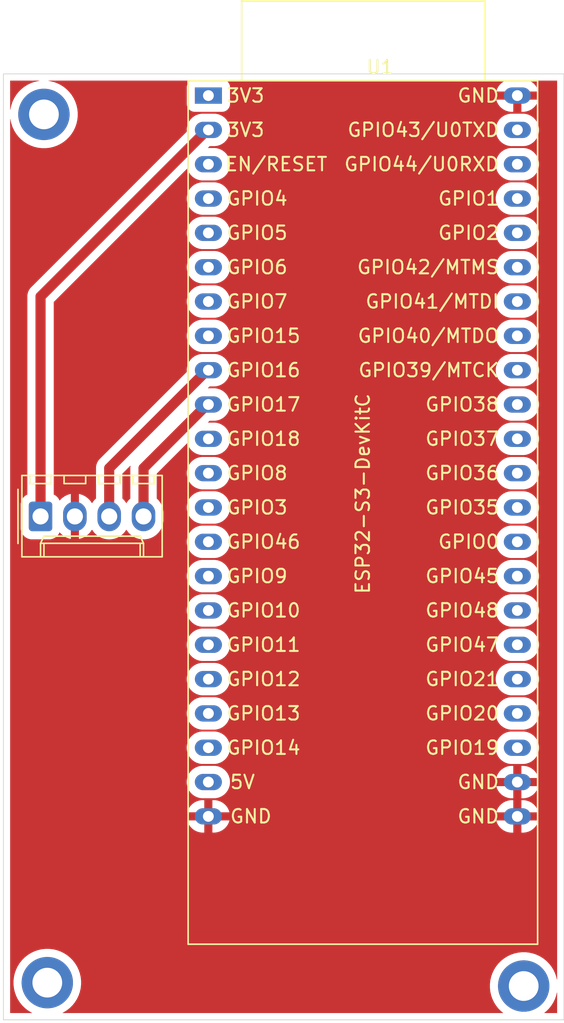
<source format=kicad_pcb>
(kicad_pcb (version 20241229) (generator "pcbnew") (generator_version "9.0")
  (layers (0 "F.Cu" signal) (2 "B.Cu" signal) (13 "F.Paste" user) (15 "B.Paste" user) (5 "F.SilkS" user "F.Silkscreen") (7 "B.SilkS" user "B.Silkscreen") (1 "F.Mask" user) (3 "B.Mask" user) (25 "Edge.Cuts" user))
  (net 0 "")
  (net 1 "GND")
  (net 3 "RX")
  (net 14 "TX")
  (net 39 "3.3V")
  (footprint "MountingHole:MountingHole_2.2mm_M2_DIN965_Pad" (layer "F.Cu") (at 126.75 116.75)
    (property "Reference" "REF**" (hide yes))
    (property "Value" "MountingHole_2.2mm_M2_DIN965_Pad" (hide yes))
    (pad "1" thru_hole circle (at 0 0) (size 3.8 3.8) (drill 2.2) (layers "*.Cu" "*.Mask"))
  )
  (footprint "MountingHole:MountingHole_2.2mm_M2_DIN965_Pad" (layer "F.Cu") (at 162 117)
    (property "Reference" "REF**" (hide yes))
    (property "Value" "MountingHole_2.2mm_M2_DIN965_Pad" (hide yes))
    (pad "1" thru_hole circle (at 0 0) (size 3.8 3.8) (drill 2.2) (layers "*.Cu" "*.Mask"))
  )
  (footprint "MountingHole:MountingHole_2.2mm_M2_DIN965_Pad" (layer "F.Cu") (at 126.5 52.5)
    (property "Reference" "REF**" (hide yes))
    (property "Value" "MountingHole_2.2mm_M2_DIN965_Pad" (hide yes))
    (pad "1" thru_hole circle (at 0 0) (size 3.8 3.8) (drill 2.2) (layers "*.Cu" "*.Mask"))
  )
  (footprint "Connector_Molex:Molex_KK-254_AE-6410-04A_1x04_P2.54mm_Vertical" (layer "F.Cu") (at 126.25 82.25)
    (property "Reference" "J1" (hide yes))
    (property "Value" "M04POLAR")
    (fp_line (start -1.67 -2) (end -1.67 2) (stroke (width 0.12)) (layer "F.SilkS"))
    (fp_line (start -1.38 -3.03) (end -1.38 2.99) (stroke (width 0.12)) (layer "F.SilkS"))
    (fp_line (start -1.38 2.99) (end 9 2.99) (stroke (width 0.12)) (layer "F.SilkS"))
    (fp_line (start -0.8 -3.03) (end -0.8 -2.43) (stroke (width 0.12)) (layer "F.SilkS"))
    (fp_line (start -0.8 -2.43) (end 0.8 -2.43) (stroke (width 0.12)) (layer "F.SilkS"))
    (fp_line (start 0 1.99) (end 0.25 1.46) (stroke (width 0.12)) (layer "F.SilkS"))
    (fp_line (start 0 1.99) (end 7.62 1.99) (stroke (width 0.12)) (layer "F.SilkS"))
    (fp_line (start 0 2.99) (end 0 1.99) (stroke (width 0.12)) (layer "F.SilkS"))
    (fp_line (start 0.25 1.46) (end 7.37 1.46) (stroke (width 0.12)) (layer "F.SilkS"))
    (fp_line (start 0.25 2.99) (end 0.25 1.99) (stroke (width 0.12)) (layer "F.SilkS"))
    (fp_line (start 0.8 -2.43) (end 0.8 -3.03) (stroke (width 0.12)) (layer "F.SilkS"))
    (fp_line (start 1.74 -3.03) (end 1.74 -2.43) (stroke (width 0.12)) (layer "F.SilkS"))
    (fp_line (start 1.74 -2.43) (end 3.34 -2.43) (stroke (width 0.12)) (layer "F.SilkS"))
    (fp_line (start 3.34 -2.43) (end 3.34 -3.03) (stroke (width 0.12)) (layer "F.SilkS"))
    (fp_line (start 4.28 -3.03) (end 4.28 -2.43) (stroke (width 0.12)) (layer "F.SilkS"))
    (fp_line (start 4.28 -2.43) (end 5.88 -2.43) (stroke (width 0.12)) (layer "F.SilkS"))
    (fp_line (start 5.88 -2.43) (end 5.88 -3.03) (stroke (width 0.12)) (layer "F.SilkS"))
    (fp_line (start 6.82 -3.03) (end 6.82 -2.43) (stroke (width 0.12)) (layer "F.SilkS"))
    (fp_line (start 6.82 -2.43) (end 8.42 -2.43) (stroke (width 0.12)) (layer "F.SilkS"))
    (fp_line (start 7.37 1.46) (end 7.62 1.99) (stroke (width 0.12)) (layer "F.SilkS"))
    (fp_line (start 7.37 2.99) (end 7.37 1.99) (stroke (width 0.12)) (layer "F.SilkS"))
    (fp_line (start 7.62 1.99) (end 7.62 2.99) (stroke (width 0.12)) (layer "F.SilkS"))
    (fp_line (start 8.42 -2.43) (end 8.42 -3.03) (stroke (width 0.12)) (layer "F.SilkS"))
    (fp_line (start 9 -3.03) (end -1.38 -3.03) (stroke (width 0.12)) (layer "F.SilkS"))
    (fp_line (start 9 2.99) (end 9 -3.03) (stroke (width 0.12)) (layer "F.SilkS"))
    (pad "1" thru_hole roundrect (at 0 0) (size 1.74 2.19) (drill 1.19) (layers "*.Cu" "*.Mask") (roundrect_rratio 0.143678) (net 39 "3.3V"))
    (pad "2" thru_hole oval (at 2.54 0) (size 1.74 2.19) (drill 1.19) (layers "*.Cu" "*.Mask") (net 1 "GND"))
    (pad "3" thru_hole oval (at 5.08 0) (size 1.74 2.19) (drill 1.19) (layers "*.Cu" "*.Mask") (net 3 "RX"))
    (pad "4" thru_hole oval (at 7.62 0) (size 1.74 2.19) (drill 1.19) (layers "*.Cu" "*.Mask") (net 14 "TX"))
  )
  (footprint "ESP32:ESP32-S3-DevKitC" (layer "F.Cu") (at 138.67 51.10792)
    (property "Reference" "U1" (at 12.7 -2.1 0) (layer "F.SilkS"))
    (property "Value" "ESP32-S3-DevKitC" (at 11.42632 29.46128 90) (layer "F.SilkS"))
    (fp_line (start -1.5 62.79728) (end 24.359999 62.79728) (stroke (width 0.12)) (layer "F.SilkS"))
    (fp_line (start -1.499999 -1.1) (end -1.5 62.79728) (stroke (width 0.12)) (layer "F.SilkS"))
    (fp_line (start 2.46012 -7.01312) (end 20.44332 -7.01312) (stroke (width 0.12)) (layer "F.SilkS"))
    (fp_line (start 2.46012 -1.12032) (end 2.46012 -7.01312) (stroke (width 0.12)) (layer "F.SilkS"))
    (fp_line (start 20.44332 -7.01312) (end 20.44332 -1.12032) (stroke (width 0.12)) (layer "F.SilkS"))
    (fp_line (start 24.359999 62.79728) (end 24.36 -1.1) (stroke (width 0.12)) (layer "F.SilkS"))
    (fp_line (start 24.36 -1.1) (end -1.499999 -1.1) (stroke (width 0.12)) (layer "F.SilkS"))
    (fp_text user "GPIO14" (at 1.27 48.26 0) (layer "F.SilkS") (effects (justify left)))
    (fp_text user "GPIO43/U0TXD" (at 21.59 2.54 0) (layer "F.SilkS") (effects (justify right)))
    (fp_text user "GPIO44/U0RXD" (at 21.59 5.08 0) (layer "F.SilkS") (effects (justify right)))
    (fp_text user "GPIO8" (at 1.27 27.94 0) (layer "F.SilkS") (effects (justify left)))
    (fp_text user "3V3" (at 1.27 0 0) (layer "F.SilkS") (effects (justify left)))
    (fp_text user "GPIO16" (at 1.27 20.32 0) (layer "F.SilkS") (effects (justify left)))
    (fp_text user "GPIO1" (at 21.59 7.62 0) (layer "F.SilkS") (effects (justify right)))
    (fp_text user "EN/RESET" (at 8.88632 5.07728 0) (layer "F.SilkS") (effects (justify right)))
    (fp_text user "GPIO15" (at 1.27 17.78 0) (layer "F.SilkS") (effects (justify left)))
    (fp_text user "GND" (at 21.59 53.34 0) (layer "F.SilkS") (effects (justify right)))
    (fp_text user "GPIO36" (at 21.59 27.94 0) (layer "F.SilkS") (effects (justify right)))
    (fp_text user "GPIO9" (at 1.27 35.56 0) (layer "F.SilkS") (effects (justify left)))
    (fp_text user "GPIO38" (at 21.59 22.86 0) (layer "F.SilkS") (effects (justify right)))
    (fp_text user "GND" (at 1.52032 53.33728 0) (layer "F.SilkS") (effects (justify left)))
    (fp_text user "GPIO18" (at 1.27 25.4 0) (layer "F.SilkS") (effects (justify left)))
    (fp_text user "GND" (at 21.59 0 0) (layer "F.SilkS") (effects (justify right)))
    (fp_text user "GPIO40/MTDO" (at 21.59 17.78 0) (layer "F.SilkS") (effects (justify right)))
    (fp_text user "GPIO46" (at 1.27 33.02 0) (layer "F.SilkS") (effects (justify left)))
    (fp_text user "GPIO41/MTDI" (at 21.59 15.24 0) (layer "F.SilkS") (effects (justify right)))
    (fp_text user "GPIO7" (at 1.27 15.24 0) (layer "F.SilkS") (effects (justify left)))
    (fp_text user "GPIO47" (at 21.59 40.64 0) (layer "F.SilkS") (effects (justify right)))
    (fp_text user "GPIO42/MTMS" (at 21.59 12.7 0) (layer "F.SilkS") (effects (justify right)))
    (fp_text user "5V" (at 1.52032 50.79728 0) (layer "F.SilkS") (effects (justify left)))
    (fp_text user "GPIO35" (at 21.59 30.48 0) (layer "F.SilkS") (effects (justify right)))
    (fp_text user "GPIO5" (at 1.27 10.16 0) (layer "F.SilkS") (effects (justify left)))
    (fp_text user "GND" (at 21.59 50.8 0) (layer "F.SilkS") (effects (justify right)))
    (fp_text user "GPIO0" (at 21.59 33.02 0) (layer "F.SilkS") (effects (justify right)))
    (fp_text user "GPIO19" (at 21.59 48.26 0) (layer "F.SilkS") (effects (justify right)))
    (fp_text user "GPIO20" (at 21.59 45.72 0) (layer "F.SilkS") (effects (justify right)))
    (fp_text user "GPIO3" (at 1.27 30.48 0) (layer "F.SilkS") (effects (justify left)))
    (fp_text user "GPIO6" (at 1.27 12.7 0) (layer "F.SilkS") (effects (justify left)))
    (fp_text user "GPIO11" (at 1.27 40.64 0) (layer "F.SilkS") (effects (justify left)))
    (fp_text user "GPIO10" (at 1.27 38.1 0) (layer "F.SilkS") (effects (justify left)))
    (fp_text user "3V3" (at 1.27 2.54 0) (layer "F.SilkS") (effects (justify left)))
    (fp_text user "GPIO2" (at 21.59 10.16 0) (layer "F.SilkS") (effects (justify right)))
    (fp_text user "GPIO48" (at 21.59 38.1 0) (layer "F.SilkS") (effects (justify right)))
    (fp_text user "GPIO45" (at 21.59 35.56 0) (layer "F.SilkS") (effects (justify right)))
    (fp_text user "GPIO13" (at 1.27 45.72 0) (layer "F.SilkS") (effects (justify left)))
    (fp_text user "GPIO39/MTCK" (at 21.59 20.32 0) (layer "F.SilkS") (effects (justify right)))
    (fp_text user "GPIO12" (at 1.27 43.18 0) (layer "F.SilkS") (effects (justify left)))
    (fp_text user "GPIO17" (at 1.27 22.86 0) (layer "F.SilkS") (effects (justify left)))
    (fp_text user "GPIO37" (at 21.59 25.4 0) (layer "F.SilkS") (effects (justify right)))
    (fp_text user "GPIO21" (at 21.59 43.18 0) (layer "F.SilkS") (effects (justify right)))
    (fp_text user "GPIO4" (at 1.27 7.62 0) (layer "F.SilkS") (effects (justify left)))
    (pad "1" thru_hole rect (at 0 0 270) (size 1.2 2) (drill 0.8) (layers "*.Cu" "*.Mask") (net 39 "3.3V"))
    (pad "2" thru_hole oval (at 0 2.54 270) (size 1.2 2) (drill 0.8) (layers "*.Cu" "*.Mask") (net 39 "3.3V"))
    (pad "3" thru_hole oval (at 0 5.08 270) (size 1.2 2) (drill 0.8) (layers "*.Cu" "*.Mask"))
    (pad "4" thru_hole oval (at 0 7.62 270) (size 1.2 2) (drill 0.8) (layers "*.Cu" "*.Mask"))
    (pad "5" thru_hole oval (at 0 10.16 270) (size 1.2 2) (drill 0.8) (layers "*.Cu" "*.Mask"))
    (pad "6" thru_hole oval (at 0 12.7 270) (size 1.2 2) (drill 0.8) (layers "*.Cu" "*.Mask"))
    (pad "7" thru_hole oval (at 0 15.24 270) (size 1.2 2) (drill 0.8) (layers "*.Cu" "*.Mask"))
    (pad "8" thru_hole oval (at 0 17.78 270) (size 1.2 2) (drill 0.8) (layers "*.Cu" "*.Mask"))
    (pad "9" thru_hole oval (at 0 20.32 270) (size 1.2 2) (drill 0.8) (layers "*.Cu" "*.Mask") (net 3 "RX"))
    (pad "10" thru_hole oval (at 0 22.86 270) (size 1.2 2) (drill 0.8) (layers "*.Cu" "*.Mask") (net 14 "TX"))
    (pad "11" thru_hole oval (at 0 25.4 270) (size 1.2 2) (drill 0.8) (layers "*.Cu" "*.Mask"))
    (pad "12" thru_hole oval (at 0 27.94 270) (size 1.2 2) (drill 0.8) (layers "*.Cu" "*.Mask"))
    (pad "13" thru_hole oval (at 0 30.48 270) (size 1.2 2) (drill 0.8) (layers "*.Cu" "*.Mask"))
    (pad "14" thru_hole oval (at 0 33.02 270) (size 1.2 2) (drill 0.8) (layers "*.Cu" "*.Mask"))
    (pad "15" thru_hole oval (at 0 35.56 270) (size 1.2 2) (drill 0.8) (layers "*.Cu" "*.Mask"))
    (pad "16" thru_hole oval (at 0 38.1 270) (size 1.2 2) (drill 0.8) (layers "*.Cu" "*.Mask"))
    (pad "17" thru_hole oval (at 0 40.64 270) (size 1.2 2) (drill 0.8) (layers "*.Cu" "*.Mask"))
    (pad "18" thru_hole oval (at 0 43.18 270) (size 1.2 2) (drill 0.8) (layers "*.Cu" "*.Mask"))
    (pad "19" thru_hole oval (at 0 45.72 270) (size 1.2 2) (drill 0.8) (layers "*.Cu" "*.Mask"))
    (pad "20" thru_hole oval (at -0.00368 48.25728 270) (size 1.2 2) (drill 0.8) (layers "*.Cu" "*.Mask"))
    (pad "21" thru_hole oval (at -0.00368 50.79728 270) (size 1.2 2) (drill 0.8) (layers "*.Cu" "*.Mask"))
    (pad "22" thru_hole oval (at -0.00368 53.33728 270) (size 1.2 2) (drill 0.8) (layers "*.Cu" "*.Mask") (net 1 "GND"))
    (pad "23" thru_hole oval (at 22.86 53.34 270) (size 1.2 2) (drill 0.8) (layers "*.Cu" "*.Mask") (net 1 "GND"))
    (pad "24" thru_hole oval (at 22.86 50.8 270) (size 1.2 2) (drill 0.8) (layers "*.Cu" "*.Mask") (net 1 "GND"))
    (pad "25" thru_hole oval (at 22.86 48.26 270) (size 1.2 2) (drill 0.8) (layers "*.Cu" "*.Mask"))
    (pad "26" thru_hole oval (at 22.86 45.72 270) (size 1.2 2) (drill 0.8) (layers "*.Cu" "*.Mask"))
    (pad "27" thru_hole oval (at 22.86 43.18 270) (size 1.2 2) (drill 0.8) (layers "*.Cu" "*.Mask"))
    (pad "28" thru_hole oval (at 22.86 40.64 270) (size 1.2 2) (drill 0.8) (layers "*.Cu" "*.Mask"))
    (pad "29" thru_hole oval (at 22.86 38.1 270) (size 1.2 2) (drill 0.8) (layers "*.Cu" "*.Mask"))
    (pad "30" thru_hole oval (at 22.86 35.56 270) (size 1.2 2) (drill 0.8) (layers "*.Cu" "*.Mask"))
    (pad "31" thru_hole oval (at 22.86 33.02 270) (size 1.2 2) (drill 0.8) (layers "*.Cu" "*.Mask"))
    (pad "32" thru_hole oval (at 22.86 30.48 270) (size 1.2 2) (drill 0.8) (layers "*.Cu" "*.Mask"))
    (pad "33" thru_hole oval (at 22.86 27.94 270) (size 1.2 2) (drill 0.8) (layers "*.Cu" "*.Mask"))
    (pad "34" thru_hole oval (at 22.86 25.4 270) (size 1.2 2) (drill 0.8) (layers "*.Cu" "*.Mask"))
    (pad "35" thru_hole oval (at 22.86 22.86 270) (size 1.2 2) (drill 0.8) (layers "*.Cu" "*.Mask"))
    (pad "36" thru_hole oval (at 22.86 20.32 270) (size 1.2 2) (drill 0.8) (layers "*.Cu" "*.Mask"))
    (pad "37" thru_hole oval (at 22.86 17.78 270) (size 1.2 2) (drill 0.8) (layers "*.Cu" "*.Mask"))
    (pad "38" thru_hole oval (at 22.86 15.24 270) (size 1.2 2) (drill 0.8) (layers "*.Cu" "*.Mask"))
    (pad "39" thru_hole oval (at 22.86 12.7 270) (size 1.2 2) (drill 0.8) (layers "*.Cu" "*.Mask"))
    (pad "40" thru_hole oval (at 22.86 10.16 270) (size 1.2 2) (drill 0.8) (layers "*.Cu" "*.Mask"))
    (pad "41" thru_hole oval (at 22.86 7.62 270) (size 1.2 2) (drill 0.8) (layers "*.Cu" "*.Mask"))
    (pad "42" thru_hole oval (at 22.86 5.08 270) (size 1.2 2) (drill 0.8) (layers "*.Cu" "*.Mask"))
    (pad "43" thru_hole oval (at 22.86 2.54 270) (size 1.2 2) (drill 0.8) (layers "*.Cu" "*.Mask"))
    (pad "44" thru_hole oval (at 22.86 0 270) (size 1.2 2) (drill 0.8) (layers "*.Cu" "*.Mask") (net 1 "GND"))
  )
  (gr_rect (start 123.5 49.5) (end 164.975 119.5) (stroke (width 0.05)) (fill no) (layer "Edge.Cuts"))
  (gr_rect (start 123.5 49.5) (end 164.975 119.5) (stroke (width 0.05)) (fill no) (layer "Edge.Cuts"))
  (segment (start 131.33 82.25) (end 131.33 78.679119) (width 0.75) (layer "F.Cu") (net 3))
  (segment (start 131.33 78.679119) (end 138.581199 71.42792) (width 0.75) (layer "F.Cu") (net 3))
  (segment (start 138.581199 71.42792) (end 138.67 71.42792) (width 0.75) (layer "F.Cu") (net 3))
  (segment (start 133.87 78.679119) (end 138.581199 73.96792) (width 0.75) (layer "F.Cu") (net 14))
  (segment (start 133.87 82.25) (end 133.87 78.679119) (width 0.75) (layer "F.Cu") (net 14))
  (segment (start 138.581199 73.96792) (end 138.67 73.96792) (width 0.75) (layer "F.Cu") (net 14))
  (segment (start 126.25 82.25) (end 126.25 65.979119) (width 0.75) (layer "F.Cu") (net 39))
  (segment (start 126.25 65.979119) (end 138.581199 53.64792) (width 0.75) (layer "F.Cu") (net 39))
  (segment (start 138.581199 53.64792) (end 138.67 53.64792) (width 0.75) (layer "F.Cu") (net 39))
  (zone (net 1) (net_name "GND") (layer "F.Cu") (connect_pads (clearance 0.6)) (min_thickness 0.025) (fill yes (thermal_gap 0.6) (thermal_bridge_width 0.6) (island_removal_mode 1) (island_area_min 10))
    (polygon (pts (xy 123.25 49.25) (xy 165 49.5) (xy 165 119.75) (xy 123.5 119.5)))
  )
)
</source>
